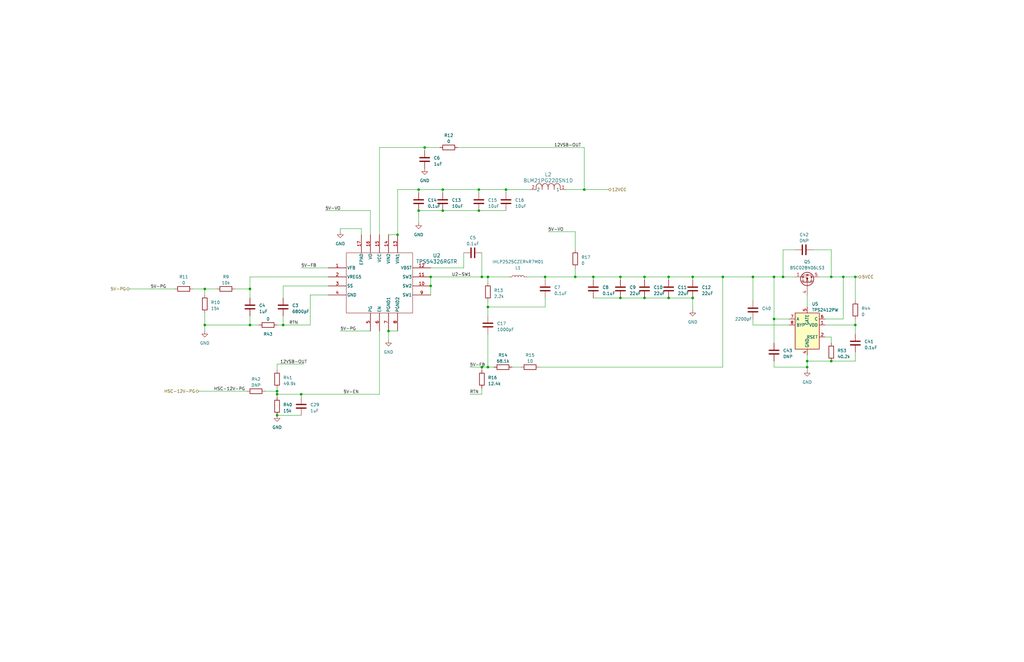
<source format=kicad_sch>
(kicad_sch (version 20230121) (generator eeschema)
  (paper "B")
  (title_block (title "RP-PSC-FIXTURE") (date "2024-05-28") (rev "0") (company "AWS") (comment 1 "hoangp@"))
  (lib_symbols
    (symbol "2024-05-23_00-17-14:TPS54326RGTR" (pin_names (offset 0.254))
      (property "Reference" "U" (at 7.62 6.35 0))
      (property "Value" "TPS54326RGTR" (at 39.37 -22.86 0))
      (symbol "TPS54326RGTR_0_1"
        (pin input line (at 0 -1.27 0) (length 7.62) (name "VFB") (number "1"))
        (pin unspecified line (at 43.18 -8.89 180) (length 7.62) (name "SW2") (number "10"))
        (pin unspecified line (at 43.18 -5.08 180) (length 7.62) (name "SW3") (number "11"))
        (pin input line (at 43.18 -1.27 180) (length 7.62) (name "VBST") (number "12"))
        (pin input line (at 29.21 12.7 270) (length 7.62) (name "VIN1") (number "13"))
        (pin input line (at 25.4 12.7 270) (length 7.62) (name "VIN2") (number "14"))
        (pin input line (at 21.59 12.7 270) (length 7.62) (name "VCC") (number "15"))
        (pin output line (at 17.78 12.7 270) (length 7.62) (name "VO") (number "16"))
        (pin unspecified line (at 13.97 12.7 270) (length 7.62) (name "EPAD") (number "17"))
        (pin output line (at 0 -5.08 0) (length 7.62) (name "VREG5") (number "2"))
        (pin unspecified line (at 0 -8.89 0) (length 7.62) (name "SS") (number "3"))
        (pin power_in line (at 0 -12.7 0) (length 7.62) (name "GND") (number "4"))
        (pin output line (at 17.78 -27.94 90) (length 7.62) (name "PG") (number "5"))
        (pin input line (at 21.59 -27.94 90) (length 7.62) (name "EN") (number "6"))
        (pin power_in line (at 25.4 -27.94 90) (length 7.62) (name "PGND1") (number "7"))
        (pin power_in line (at 29.21 -27.94 90) (length 7.62) (name "PGND2") (number "8"))
        (pin unspecified line (at 43.18 -12.7 180) (length 7.62) (name "SW1") (number "9"))
      )
      (symbol "TPS54326RGTR_1_1"
        (rectangle (start 7.62 5.08) (end 35.56 -20.32))
      )
    )
    (symbol "Device:C" (pin_numbers hide) (pin_names (offset 0.254))
      (property "Reference" "C" (at 0.635 2.54 0))
      (property "Value" "C" (at 0.635 -2.54 0))
      (symbol "C_0_1"
        (polyline (pts (xy -2.032 -0.762) (xy 2.032 -0.762)) (stroke (width 0.508)))
        (polyline (pts (xy -2.032 0.762) (xy 2.032 0.762)) (stroke (width 0.508)))
      )
      (symbol "C_1_1"
        (pin passive line (at 0 3.81 270) (length 2.794) (name "~") (number "1"))
        (pin passive line (at 0 -3.81 90) (length 2.794) (name "~") (number "2"))
      )
    )
    (symbol "Device:L" (pin_numbers hide) (pin_names (offset 1.016) hide)
      (property "Reference" "L" (at -1.27 0 90))
      (property "Value" "L" (at 1.905 0 90))
      (symbol "L_0_1"
        (arc (start 0 -2.54) (mid 0.6323 -1.905) (end 0 -1.27))
        (arc (start 0 -1.27) (mid 0.6323 -0.635) (end 0 0))
        (arc (start 0 0) (mid 0.6323 0.635) (end 0 1.27))
        (arc (start 0 1.27) (mid 0.6323 1.905) (end 0 2.54))
      )
      (symbol "L_1_1"
        (pin passive line (at 0 3.81 270) (length 1.27) (name "1") (number "1"))
        (pin passive line (at 0 -3.81 90) (length 1.27) (name "2") (number "2"))
      )
    )
    (symbol "Device:R" (pin_numbers hide) (pin_names (offset 0))
      (property "Reference" "R" (at 2.032 0 90))
      (property "Value" "R" (at 0 0 90))
      (symbol "R_0_1"
        (rectangle (start -1.016 -2.54) (end 1.016 2.54) (stroke (width 0.254)))
      )
      (symbol "R_1_1"
        (pin passive line (at 0 3.81 270) (length 1.27) (name "~") (number "1"))
        (pin passive line (at 0 -3.81 90) (length 1.27) (name "~") (number "2"))
      )
    )
    (symbol "Power_Management:TPS2412PW"
      (property "Reference" "U" (at -5.08 8.89 0))
      (property "Value" "TPS2412PW" (at 5.08 8.89 0))
      (symbol "TPS2412PW_0_1"
        (rectangle (start -5.08 7.62) (end 5.08 -7.62) (stroke (width 0.254)) (fill (type background)))
      )
      (symbol "TPS2412PW_1_1"
        (pin power_in line (at 7.62 2.54 180) (length 2.54) (name "VDD") (number "1"))
        (pin passive line (at 7.62 -2.54 180) (length 2.54) (name "RSET") (number "2"))
        (pin passive line (at 0 -10.16 90) (length 2.54) hide (name "GND") (number "3"))
        (pin power_in line (at 0 -10.16 90) (length 2.54) (name "GND") (number "4"))
        (pin output line (at 0 10.16 270) (length 2.54) (name "GATE") (number "5"))
        (pin input line (at 7.62 5.08 180) (length 2.54) (name "C") (number "6"))
        (pin input line (at -7.62 5.08 0) (length 2.54) (name "A") (number "7"))
        (pin passive line (at -7.62 2.54 0) (length 2.54) (name "BYP") (number "8"))
      )
    )
    (symbol "Transistor_FET:BSC028N06LS3" (pin_names hide)
      (property "Reference" "Q" (at 5.08 1.905 0))
      (property "Value" "BSC028N06LS3" (at 5.08 0 0))
      (symbol "BSC028N06LS3_0_1"
        (polyline (pts (xy 0.254 0) (xy -2.54 0)))
        (polyline (pts (xy 0.254 1.905) (xy 0.254 -1.905)) (stroke (width 0.254)))
        (polyline (pts (xy 0.762 -1.27) (xy 0.762 -2.286)) (stroke (width 0.254)))
        (polyline (pts (xy 0.762 0.508) (xy 0.762 -0.508)) (stroke (width 0.254)))
        (polyline (pts (xy 0.762 2.286) (xy 0.762 1.27)) (stroke (width 0.254)))
        (polyline (pts (xy 2.54 2.54) (xy 2.54 1.778)))
        (polyline (pts (xy 2.54 -2.54) (xy 2.54 0) (xy 0.762 0)))
        (polyline (pts (xy 0.762 -1.778) (xy 3.302 -1.778) (xy 3.302 1.778) (xy 0.762 1.778)))
        (polyline (pts (xy 1.016 0) (xy 2.032 0.381) (xy 2.032 -0.381) (xy 1.016 0)) (fill (type outline)))
        (polyline (pts (xy 2.794 0.508) (xy 2.921 0.381) (xy 3.683 0.381) (xy 3.81 0.254)))
        (polyline (pts (xy 3.302 0.381) (xy 2.921 -0.254) (xy 3.683 -0.254) (xy 3.302 0.381)))
        (circle (center 1.651 0) (radius 2.794) (stroke (width 0.254)))
        (circle (center 2.54 -1.778) (radius 0.254) (fill (type outline)))
        (circle (center 2.54 1.778) (radius 0.254) (fill (type outline)))
      )
      (symbol "BSC028N06LS3_1_1"
        (pin passive line (at 2.54 -5.08 90) (length 2.54) (name "S") (number "1"))
        (pin passive line (at 2.54 -5.08 90) (length 2.54) hide (name "S") (number "2"))
        (pin passive line (at 2.54 -5.08 90) (length 2.54) hide (name "S") (number "3"))
        (pin passive line (at -5.08 0 0) (length 2.54) (name "G") (number "4"))
        (pin passive line (at 2.54 5.08 270) (length 2.54) (name "D") (number "5"))
      )
    )
    (symbol "power:GND" (power) (pin_names (offset 0))
      (property "Value" "GND" (at 0 -3.81 0))
      (symbol "GND_0_1"
        (polyline (pts (xy 0 0) (xy 0 -1.27) (xy 1.27 -1.27) (xy 0 -2.54) (xy -1.27 -1.27) (xy 0 -1.27)))
      )
      (symbol "GND_1_1"
        (pin power_in line (at 0 0 270) (length 0) hide (name "GND") (number "1"))
      )
    )
    (symbol "rp:BLM21PG220SN1D" (pin_names (offset 0.254))
      (property "Reference" "L" (at 6.985 5.08 0))
      (property "Value" "BLM21PG220SN1D" (at 6.985 -2.54 0))
      (symbol "BLM21PG220SN1D_1_1"
        (polyline (pts (xy 2.54 0) (xy 2.54 1.27)) (stroke (width 0.2032)))
        (polyline (pts (xy 5.08 0) (xy 5.08 1.27)) (stroke (width 0.2032)))
        (polyline (pts (xy 7.62 0) (xy 7.62 1.27)) (stroke (width 0.2032)))
        (polyline (pts (xy 10.16 0) (xy 10.16 1.27)) (stroke (width 0.2032)))
        (polyline (pts (xy 12.7 0) (xy 12.7 1.27)) (stroke (width 0.2032)))
        (arc (start 5.08 1.27) (mid 3.81 2.5345) (end 2.54 1.27) (stroke (width 0.2032)))
        (arc (start 7.62 1.27) (mid 6.35 2.5345) (end 5.08 1.27) (stroke (width 0.2032)))
        (arc (start 10.16 1.27) (mid 8.89 2.5345) (end 7.62 1.27) (stroke (width 0.2032)))
        (arc (start 12.7 1.27) (mid 11.43 2.5345) (end 10.16 1.27) (stroke (width 0.2032)))
        (pin unspecified line (at 15.24 0 180) (length 2.54) (name "1") (number "1"))
        (pin unspecified line (at 0 0 0) (length 2.54) (name "2") (number "2"))
      )
      (symbol "BLM21PG220SN1D_1_2"
        (arc (start -1.27 5.08) (mid -2.5345 3.81) (end -1.27 2.54) (stroke (width 0.2032)))
        (arc (start -1.27 7.62) (mid -2.5345 6.35) (end -1.27 5.08) (stroke (width 0.2032)))
        (arc (start -1.27 10.16) (mid -2.5345 8.89) (end -1.27 7.62) (stroke (width 0.2032)))
        (arc (start -1.27 12.7) (mid -2.5345 11.43) (end -1.27 10.16) (stroke (width 0.2032)))
        (polyline (pts (xy 0 2.54) (xy -1.27 2.54)) (stroke (width 0.2032)))
        (polyline (pts (xy 0 5.08) (xy -1.27 5.08)) (stroke (width 0.2032)))
        (polyline (pts (xy 0 7.62) (xy -1.27 7.62)) (stroke (width 0.2032)))
        (polyline (pts (xy 0 10.16) (xy -1.27 10.16)) (stroke (width 0.2032)))
        (polyline (pts (xy 0 12.7) (xy -1.27 12.7)) (stroke (width 0.2032)))
        (pin unspecified line (at 0 15.24 270) (length 2.54) (name "1") (number "1"))
        (pin unspecified line (at 0 0 90) (length 2.54) (name "2") (number "2"))
      )
    )
  )
  (junction (at 326.39 116.84))
  (junction (at 350.52 116.84))
  (junction (at 86.36 121.92))
  (junction (at 181.61 116.84))
  (junction (at 304.8 116.84))
  (junction (at 176.53 80.01))
  (junction (at 360.68 116.84))
  (junction (at 340.36 154.94))
  (junction (at 201.93 80.01))
  (junction (at 261.62 116.84))
  (junction (at 205.74 154.94))
  (junction (at 116.84 175.26))
  (junction (at 292.1 116.84))
  (junction (at 271.78 116.84))
  (junction (at 229.87 116.84))
  (junction (at 360.68 137.16))
  (junction (at 119.38 137.16))
  (junction (at 176.53 88.9))
  (junction (at 167.64 99.06))
  (junction (at 116.84 165.1))
  (junction (at 350.52 152.4))
  (junction (at 86.36 137.16))
  (junction (at 355.6 116.84))
  (junction (at 105.41 121.92))
  (junction (at 292.1 125.73))
  (junction (at 317.5 116.84))
  (junction (at 186.69 88.9))
  (junction (at 203.2 154.94))
  (junction (at 271.78 125.73))
  (junction (at 340.36 152.4))
  (junction (at 163.83 139.7))
  (junction (at 261.62 125.73))
  (junction (at 201.93 88.9))
  (junction (at 242.57 116.84))
  (junction (at 281.94 116.84))
  (junction (at 281.94 125.73))
  (junction (at 179.07 62.23))
  (junction (at 246.38 80.01))
  (junction (at 250.19 116.84))
  (junction (at 205.74 116.84))
  (junction (at 186.69 80.01))
  (junction (at 116.84 166.37))
  (junction (at 105.41 137.16))
  (junction (at 181.61 120.65))
  (junction (at 213.36 80.01))
  (junction (at 203.2 116.84))
  (junction (at 326.39 134.62))
  (junction (at 205.74 129.54))
  (junction (at 330.2 116.84))
  (junction (at 127 166.37))
  (wire (pts (xy 119.38 137.16) (xy 119.38 133.35)))
  (wire (pts (xy 350.52 142.24) (xy 350.52 144.78)))
  (wire (pts (xy 86.36 137.16) (xy 105.41 137.16)))
  (wire (pts (xy 281.94 125.73) (xy 292.1 125.73)))
  (wire (pts (xy 326.39 134.62) (xy 326.39 116.84)))
  (wire (pts (xy 138.43 120.65) (xy 119.38 120.65)))
  (wire (pts (xy 186.69 81.28) (xy 186.69 80.01)))
  (wire (pts (xy 229.87 129.54) (xy 205.74 129.54)))
  (wire (pts (xy 81.28 121.92) (xy 86.36 121.92)))
  (wire (pts (xy 304.8 154.94) (xy 304.8 116.84)))
  (wire (pts (xy 326.39 116.84) (xy 317.5 116.84)))
  (wire (pts (xy 138.43 124.46) (xy 130.81 124.46)))
  (wire (pts (xy 152.4 96.52) (xy 143.51 96.52)))
  (wire (pts (xy 198.12 154.94) (xy 203.2 154.94)))
  (wire (pts (xy 242.57 116.84) (xy 250.19 116.84)))
  (wire (pts (xy 201.93 81.28) (xy 201.93 80.01)))
  (wire (pts (xy 205.74 127) (xy 205.74 129.54)))
  (wire (pts (xy 54.61 121.92) (xy 73.66 121.92)))
  (wire (pts (xy 86.36 139.7) (xy 86.36 137.16)))
  (wire (pts (xy 186.69 80.01) (xy 201.93 80.01)))
  (wire (pts (xy 127 166.37) (xy 116.84 166.37)))
  (wire (pts (xy 116.84 156.21) (xy 116.84 153.67)))
  (wire (pts (xy 195.58 113.03) (xy 195.58 106.68)))
  (wire (pts (xy 292.1 130.81) (xy 292.1 125.73)))
  (wire (pts (xy 143.51 139.7) (xy 156.21 139.7)))
  (wire (pts (xy 83.82 165.1) (xy 104.14 165.1)))
  (wire (pts (xy 105.41 137.16) (xy 105.41 133.35)))
  (wire (pts (xy 181.61 116.84) (xy 203.2 116.84)))
  (wire (pts (xy 181.61 113.03) (xy 195.58 113.03)))
  (wire (pts (xy 261.62 116.84) (xy 271.78 116.84)))
  (wire (pts (xy 350.52 152.4) (xy 340.36 152.4)))
  (wire (pts (xy 340.36 129.54) (xy 340.36 124.46)))
  (wire (pts (xy 242.57 105.41) (xy 242.57 97.79)))
  (wire (pts (xy 167.64 99.06) (xy 167.64 80.01)))
  (wire (pts (xy 116.84 165.1) (xy 116.84 163.83)))
  (wire (pts (xy 326.39 154.94) (xy 340.36 154.94)))
  (wire (pts (xy 360.68 134.62) (xy 360.68 137.16)))
  (wire (pts (xy 345.44 116.84) (xy 350.52 116.84)))
  (wire (pts (xy 246.38 62.23) (xy 246.38 80.01)))
  (wire (pts (xy 347.98 142.24) (xy 350.52 142.24)))
  (wire (pts (xy 181.61 116.84) (xy 181.61 120.65)))
  (wire (pts (xy 119.38 120.65) (xy 119.38 125.73)))
  (wire (pts (xy 203.2 116.84) (xy 203.2 106.68)))
  (wire (pts (xy 326.39 116.84) (xy 330.2 116.84)))
  (wire (pts (xy 242.57 113.03) (xy 242.57 116.84)))
  (wire (pts (xy 152.4 99.06) (xy 152.4 96.52)))
  (wire (pts (xy 250.19 116.84) (xy 261.62 116.84)))
  (wire (pts (xy 317.5 137.16) (xy 317.5 134.62)))
  (wire (pts (xy 317.5 127) (xy 317.5 116.84)))
  (wire (pts (xy 246.38 80.01) (xy 238.76 80.01)))
  (wire (pts (xy 167.64 139.7) (xy 163.83 139.7)))
  (wire (pts (xy 360.68 116.84) (xy 361.95 116.84)))
  (wire (pts (xy 203.2 154.94) (xy 203.2 156.21)))
  (wire (pts (xy 86.36 121.92) (xy 91.44 121.92)))
  (wire (pts (xy 261.62 118.11) (xy 261.62 116.84)))
  (wire (pts (xy 105.41 116.84) (xy 105.41 121.92)))
  (wire (pts (xy 326.39 144.78) (xy 326.39 134.62)))
  (wire (pts (xy 229.87 118.11) (xy 229.87 116.84)))
  (wire (pts (xy 317.5 116.84) (xy 304.8 116.84)))
  (wire (pts (xy 160.02 166.37) (xy 127 166.37)))
  (wire (pts (xy 330.2 105.41) (xy 330.2 116.84)))
  (wire (pts (xy 214.63 116.84) (xy 205.74 116.84)))
  (wire (pts (xy 360.68 140.97) (xy 360.68 137.16)))
  (wire (pts (xy 326.39 152.4) (xy 326.39 154.94)))
  (wire (pts (xy 292.1 116.84) (xy 292.1 118.11)))
  (wire (pts (xy 360.68 152.4) (xy 350.52 152.4)))
  (wire (pts (xy 229.87 125.73) (xy 229.87 129.54)))
  (wire (pts (xy 223.52 80.01) (xy 213.36 80.01)))
  (wire (pts (xy 330.2 116.84) (xy 335.28 116.84)))
  (wire (pts (xy 203.2 166.37) (xy 198.12 166.37)))
  (wire (pts (xy 137.16 88.9) (xy 156.21 88.9)))
  (wire (pts (xy 231.14 97.79) (xy 242.57 97.79)))
  (wire (pts (xy 281.94 118.11) (xy 281.94 116.84)))
  (wire (pts (xy 156.21 99.06) (xy 156.21 88.9)))
  (wire (pts (xy 181.61 120.65) (xy 181.61 124.46)))
  (wire (pts (xy 99.06 121.92) (xy 105.41 121.92)))
  (wire (pts (xy 143.51 96.52) (xy 143.51 97.79)))
  (wire (pts (xy 256.54 80.01) (xy 246.38 80.01)))
  (wire (pts (xy 201.93 88.9) (xy 186.69 88.9)))
  (wire (pts (xy 109.22 137.16) (xy 105.41 137.16)))
  (wire (pts (xy 138.43 116.84) (xy 105.41 116.84)))
  (wire (pts (xy 213.36 88.9) (xy 201.93 88.9)))
  (wire (pts (xy 332.74 134.62) (xy 326.39 134.62)))
  (wire (pts (xy 261.62 125.73) (xy 271.78 125.73)))
  (wire (pts (xy 203.2 163.83) (xy 203.2 166.37)))
  (wire (pts (xy 86.36 132.08) (xy 86.36 137.16)))
  (wire (pts (xy 213.36 81.28) (xy 213.36 80.01)))
  (wire (pts (xy 340.36 152.4) (xy 340.36 154.94)))
  (wire (pts (xy 176.53 88.9) (xy 176.53 93.98)))
  (wire (pts (xy 205.74 140.97) (xy 205.74 154.94)))
  (wire (pts (xy 342.9 105.41) (xy 350.52 105.41)))
  (wire (pts (xy 179.07 62.23) (xy 160.02 62.23)))
  (wire (pts (xy 350.52 116.84) (xy 355.6 116.84)))
  (wire (pts (xy 176.53 80.01) (xy 186.69 80.01)))
  (wire (pts (xy 111.76 165.1) (xy 116.84 165.1)))
  (wire (pts (xy 201.93 80.01) (xy 213.36 80.01)))
  (wire (pts (xy 250.19 125.73) (xy 261.62 125.73)))
  (wire (pts (xy 160.02 62.23) (xy 160.02 99.06)))
  (wire (pts (xy 127 167.64) (xy 127 166.37)))
  (wire (pts (xy 86.36 124.46) (xy 86.36 121.92)))
  (wire (pts (xy 116.84 167.64) (xy 116.84 166.37)))
  (wire (pts (xy 332.74 137.16) (xy 317.5 137.16)))
  (wire (pts (xy 179.07 63.5) (xy 179.07 62.23)))
  (wire (pts (xy 116.84 153.67) (xy 128.27 153.67)))
  (wire (pts (xy 130.81 124.46) (xy 130.81 137.16)))
  (wire (pts (xy 360.68 127) (xy 360.68 116.84)))
  (wire (pts (xy 355.6 116.84) (xy 360.68 116.84)))
  (wire (pts (xy 347.98 134.62) (xy 355.6 134.62)))
  (wire (pts (xy 250.19 118.11) (xy 250.19 116.84)))
  (wire (pts (xy 222.25 116.84) (xy 229.87 116.84)))
  (wire (pts (xy 304.8 116.84) (xy 292.1 116.84)))
  (wire (pts (xy 340.36 149.86) (xy 340.36 152.4)))
  (wire (pts (xy 360.68 148.59) (xy 360.68 152.4)))
  (wire (pts (xy 205.74 116.84) (xy 203.2 116.84)))
  (wire (pts (xy 335.28 105.41) (xy 330.2 105.41)))
  (wire (pts (xy 208.28 154.94) (xy 205.74 154.94)))
  (wire (pts (xy 205.74 119.38) (xy 205.74 116.84)))
  (wire (pts (xy 227.33 154.94) (xy 304.8 154.94)))
  (wire (pts (xy 281.94 116.84) (xy 292.1 116.84)))
  (wire (pts (xy 229.87 116.84) (xy 242.57 116.84)))
  (wire (pts (xy 167.64 80.01) (xy 176.53 80.01)))
  (wire (pts (xy 271.78 125.73) (xy 281.94 125.73)))
  (wire (pts (xy 193.04 62.23) (xy 246.38 62.23)))
  (wire (pts (xy 127 175.26) (xy 116.84 175.26)))
  (wire (pts (xy 116.84 166.37) (xy 116.84 165.1)))
  (wire (pts (xy 205.74 129.54) (xy 205.74 133.35)))
  (wire (pts (xy 160.02 139.7) (xy 160.02 166.37)))
  (wire (pts (xy 350.52 105.41) (xy 350.52 116.84)))
  (wire (pts (xy 130.81 137.16) (xy 119.38 137.16)))
  (wire (pts (xy 271.78 116.84) (xy 281.94 116.84)))
  (wire (pts (xy 355.6 134.62) (xy 355.6 116.84)))
  (wire (pts (xy 271.78 118.11) (xy 271.78 116.84)))
  (wire (pts (xy 105.41 121.92) (xy 105.41 125.73)))
  (wire (pts (xy 179.07 62.23) (xy 185.42 62.23)))
  (wire (pts (xy 347.98 137.16) (xy 360.68 137.16)))
  (wire (pts (xy 205.74 154.94) (xy 203.2 154.94)))
  (wire (pts (xy 340.36 154.94) (xy 340.36 156.21)))
  (wire (pts (xy 215.9 154.94) (xy 219.71 154.94)))
  (wire (pts (xy 176.53 81.28) (xy 176.53 80.01)))
  (wire (pts (xy 127 113.03) (xy 138.43 113.03)))
  (wire (pts (xy 163.83 99.06) (xy 167.64 99.06)))
  (wire (pts (xy 186.69 88.9) (xy 176.53 88.9)))
  (wire (pts (xy 116.84 137.16) (xy 119.38 137.16)))
  (wire (pts (xy 163.83 139.7) (xy 163.83 143.51)))
  (label "5V-FB" (at 198.12 154.94 0))
  (label "5V-PG" (at 63.5 121.92 0))
  (label "5V-PG" (at 143.51 139.7 0))
  (label "5V-VO" (at 231.14 97.79 0))
  (label "U2-SW1" (at 190.5 116.84 0))
  (label "5V-FB" (at 127 113.03 0))
  (label "12VSB-OUT" (at 233.68 62.23 0))
  (label "5V-VO" (at 137.16 88.9 0))
  (label "RTN" (at 198.12 166.37 0))
  (label "12VSB-OUT" (at 118.11 153.67 0))
  (label "HSC-12V-PG" (at 90.17 165.1 0))
  (label "5V-EN" (at 144.78 166.37 0))
  (label "RTN" (at 121.92 137.16 0))
  (hierarchical_label "5V-PG" (shape bidirectional) (at 54.61 121.92 180))
  (hierarchical_label "HSC-12V-PG" (shape bidirectional) (at 83.82 165.1 180))
  (hierarchical_label "12VCC" (shape bidirectional) (at 256.54 80.01 0))
  (hierarchical_label "5VCC" (shape bidirectional) (at 361.95 116.84 0))
  (symbol (lib_id "power:GND") (at 340.36 156.21 0) (unit 1)
    (property "Reference" "#PWR044" (effects hide))
    (property "Value" "GND" (at 340.36 161.29 0))
  )
  (symbol (lib_id "power:GND") (at 116.84 175.26 0) (unit 1)
    (property "Reference" "#PWR032" (effects hide))
    (property "Value" "GND" (at 116.84 180.34 0))
  )
  (symbol (lib_id "Device:R") (at 212.09 154.94 90) (unit 1)
    (property "Reference" "R14" (at 212.09 149.86 90))
    (property "Value" "68.1k" (at 212.09 152.4 90))
    (property "Footprint" "Resistor_SMD:R_0603_1608Metric_Pad0.98x0.95mm_HandSolder" (effects hide))
  )
  (symbol (lib_id "Device:C") (at 292.1 121.92 0) (unit 1)
    (property "Reference" "C12" (at 295.91 121.285 0) (effects (justify left)))
    (property "Value" "22uF" (at 295.91 123.825 0) (effects (justify left)))
    (property "Footprint" "Capacitor_SMD:C_0805_2012Metric_Pad1.18x1.45mm_HandSolder" (effects hide))
  )
  (symbol (lib_id "Transistor_FET:BSC028N06LS3") (at 340.36 119.38 270) (mirror x) (unit 1)
    (property "Reference" "Q5" (at 340.36 110.49 90))
    (property "Value" "BSC028N06LS3" (at 340.36 113.03 90))
    (property "Footprint" "Package_TO_SOT_SMD:TDSON-8-1" (effects hide))
    (property "Datasheet" "http://www.infineon.com/dgdl/Infineon-BSC028N06LS3-DS-v02_02-en.pdf?fileId=db3a30431ddc9372011ebafa4c607f8c" (effects hide))
  )
  (symbol (lib_id "Device:R") (at 86.36 128.27 0) (unit 1)
    (property "Reference" "R10" (at 88.9 127.635 0) (effects (justify left)))
    (property "Value" "15k" (at 88.9 130.175 0) (effects (justify left)))
    (property "Footprint" "Resistor_SMD:R_0603_1608Metric_Pad0.98x0.95mm_HandSolder" (effects hide))
  )
  (symbol (lib_id "Device:C") (at 250.19 121.92 0) (unit 1)
    (property "Reference" "C8" (at 254 121.285 0) (effects (justify left)))
    (property "Value" "0.1uF" (at 254 123.825 0) (effects (justify left)))
    (property "Footprint" "Capacitor_SMD:C_0603_1608Metric_Pad1.08x0.95mm_HandSolder" (effects hide))
  )
  (symbol (lib_id "Device:C") (at 281.94 121.92 0) (unit 1)
    (property "Reference" "C11" (at 285.75 121.285 0) (effects (justify left)))
    (property "Value" "22uF" (at 285.75 123.825 0) (effects (justify left)))
    (property "Footprint" "Capacitor_SMD:C_0805_2012Metric_Pad1.18x1.45mm_HandSolder" (effects hide))
  )
  (symbol (lib_id "Device:R") (at 113.03 137.16 90) (unit 1)
    (property "Reference" "R43" (at 113.03 140.97 90))
    (property "Value" "0" (at 113.03 134.62 90))
    (property "Footprint" "Resistor_SMD:R_0603_1608Metric_Pad0.98x0.95mm_HandSolder" (effects hide))
  )
  (symbol (lib_id "Device:C") (at 326.39 148.59 180) (unit 1)
    (property "Reference" "C43" (at 330.2 147.955 0) (effects (justify right)))
    (property "Value" "DNP" (at 330.2 150.495 0) (effects (justify right)))
    (property "Footprint" "Capacitor_SMD:C_0603_1608Metric_Pad1.08x0.95mm_HandSolder" (effects hide))
  )
  (symbol (lib_id "power:GND") (at 143.51 97.79 0) (unit 1)
    (property "Reference" "#PWR012" (effects hide))
    (property "Value" "GND" (at 143.51 102.87 0))
  )
  (symbol (lib_id "Device:C") (at 339.09 105.41 90) (unit 1)
    (property "Reference" "C42" (at 339.09 99.06 90))
    (property "Value" "DNP" (at 339.09 101.6 90))
    (property "Footprint" "Capacitor_SMD:C_0603_1608Metric_Pad1.08x0.95mm_HandSolder" (effects hide))
  )
  (symbol (lib_id "Device:R") (at 242.57 109.22 0) (unit 1)
    (property "Reference" "R17" (at 245.11 108.585 0) (effects (justify left)))
    (property "Value" "0" (at 245.11 111.125 0) (effects (justify left)))
    (property "Footprint" "Resistor_SMD:R_0603_1608Metric_Pad0.98x0.95mm_HandSolder" (effects hide))
  )
  (symbol (lib_id "Device:C") (at 199.39 106.68 90) (unit 1)
    (property "Reference" "C5" (at 199.39 100.33 90))
    (property "Value" "0.1uF" (at 199.39 102.87 90))
    (property "Footprint" "Resistor_SMD:R_0603_1608Metric_Pad0.98x0.95mm_HandSolder" (effects hide))
  )
  (symbol (lib_id "Device:C") (at 201.93 85.09 0) (unit 1)
    (property "Reference" "C15" (at 205.74 84.455 0) (effects (justify left)))
    (property "Value" "10uF" (at 205.74 86.995 0) (effects (justify left)))
    (property "Footprint" "Capacitor_SMD:C_0603_1608Metric_Pad1.08x0.95mm_HandSolder" (effects hide))
  )
  (symbol (lib_id "Device:R") (at 77.47 121.92 90) (unit 1)
    (property "Reference" "R11" (at 77.47 116.84 90))
    (property "Value" "0" (at 77.47 119.38 90))
    (property "Footprint" "Resistor_SMD:R_0603_1608Metric_Pad0.98x0.95mm_HandSolder" (effects hide))
  )
  (symbol (lib_id "Device:C") (at 176.53 85.09 0) (unit 1)
    (property "Reference" "C14" (at 180.34 84.455 0) (effects (justify left)))
    (property "Value" "0.1uF" (at 180.34 86.995 0) (effects (justify left)))
    (property "Footprint" "Capacitor_SMD:C_0603_1608Metric_Pad1.08x0.95mm_HandSolder" (effects hide))
  )
  (symbol (lib_id "Device:C") (at 360.68 144.78 0) (unit 1)
    (property "Reference" "C41" (at 364.49 144.145 0) (effects (justify left)))
    (property "Value" "0.1uF" (at 364.49 146.685 0) (effects (justify left)))
    (property "Footprint" "Capacitor_SMD:C_0603_1608Metric_Pad1.08x0.95mm_HandSolder" (effects hide))
  )
  (symbol (lib_id "Device:C") (at 186.69 85.09 0) (unit 1)
    (property "Reference" "C13" (at 190.5 84.455 0) (effects (justify left)))
    (property "Value" "10uF" (at 190.5 86.995 0) (effects (justify left)))
    (property "Footprint" "Capacitor_SMD:C_0603_1608Metric_Pad1.08x0.95mm_HandSolder" (effects hide))
  )
  (symbol (lib_id "power:GND") (at 86.36 139.7 0) (unit 1)
    (property "Reference" "#PWR013" (effects hide))
    (property "Value" "GND" (at 86.36 144.78 0))
  )
  (symbol (lib_id "Device:R") (at 203.2 160.02 0) (unit 1)
    (property "Reference" "R16" (at 205.74 159.385 0) (effects (justify left)))
    (property "Value" "12.4k" (at 205.74 161.925 0) (effects (justify left)))
    (property "Footprint" "Resistor_SMD:R_0603_1608Metric_Pad0.98x0.95mm_HandSolder" (effects hide))
  )
  (symbol (lib_id "Device:C") (at 213.36 85.09 0) (unit 1)
    (property "Reference" "C16" (at 217.17 84.455 0) (effects (justify left)))
    (property "Value" "10uF" (at 217.17 86.995 0) (effects (justify left)))
    (property "Footprint" "Capacitor_SMD:C_0603_1608Metric_Pad1.08x0.95mm_HandSolder" (effects hide))
  )
  (symbol (lib_id "power:GND") (at 163.83 143.51 0) (unit 1)
    (property "Reference" "#PWR011" (effects hide))
    (property "Value" "GND" (at 163.83 148.59 0))
  )
  (symbol (lib_id "Device:C") (at 317.5 130.81 0) (unit 1)
    (property "Reference" "C40" (at 321.31 130.175 0) (effects (justify left)))
    (property "Value" "2200pF" (at 309.88 134.62 0) (effects (justify left)))
    (property "Footprint" "Capacitor_SMD:C_0603_1608Metric_Pad1.08x0.95mm_HandSolder" (effects hide))
  )
  (symbol (lib_id "power:GND") (at 176.53 93.98 0) (unit 1)
    (property "Reference" "#PWR015" (effects hide))
    (property "Value" "GND" (at 176.53 99.06 0))
  )
  (symbol (lib_id "Device:C") (at 179.07 67.31 0) (unit 1)
    (property "Reference" "C6" (at 182.88 66.675 0) (effects (justify left)))
    (property "Value" "1uF" (at 182.88 69.215 0) (effects (justify left)))
    (property "Footprint" "Capacitor_SMD:C_0603_1608Metric_Pad1.08x0.95mm_HandSolder" (effects hide))
  )
  (symbol (lib_id "Device:R") (at 350.52 148.59 0) (unit 1)
    (property "Reference" "R53" (at 353.06 147.955 0) (effects (justify left)))
    (property "Value" "40.2k" (at 353.06 150.495 0) (effects (justify left)))
    (property "Footprint" "Resistor_SMD:R_0603_1608Metric_Pad0.98x0.95mm_HandSolder" (effects hide))
  )
  (symbol (lib_id "Device:R") (at 223.52 154.94 90) (unit 1)
    (property "Reference" "R15" (at 223.52 149.86 90))
    (property "Value" "10" (at 223.52 152.4 90))
    (property "Footprint" "Resistor_SMD:R_0603_1608Metric_Pad0.98x0.95mm_HandSolder" (effects hide))
  )
  (symbol (lib_id "power:GND") (at 292.1 130.81 0) (unit 1)
    (property "Reference" "#PWR031" (effects hide))
    (property "Value" "GND" (at 292.1 135.89 0))
  )
  (symbol (lib_id "Device:R") (at 116.84 160.02 0) (unit 1)
    (property "Reference" "R41" (at 119.38 159.385 0) (effects (justify left)))
    (property "Value" "49.9k" (at 119.38 161.925 0) (effects (justify left)))
    (property "Footprint" "Resistor_SMD:R_0603_1608Metric_Pad0.98x0.95mm_HandSolder" (effects hide))
  )
  (symbol (lib_id "Power_Management:TPS2412PW") (at 340.36 139.7 0) (unit 1)
    (property "Reference" "U5" (at 342.3159 128.27 0) (effects (justify left)))
    (property "Value" "TPS2412PW" (at 342.3159 130.81 0) (effects (justify left)))
    (property "Footprint" "Package_SO:TSSOP-8_4.4x3mm_P0.65mm" (effects hide))
    (property "Datasheet" "http://www.ti.com/lit/ds/symlink/tps2412.pdf" (effects hide))
  )
  (symbol (lib_id "Device:R") (at 116.84 171.45 0) (unit 1)
    (property "Reference" "R40" (at 119.38 170.815 0) (effects (justify left)))
    (property "Value" "15k" (at 119.38 173.355 0) (effects (justify left)))
    (property "Footprint" "Resistor_SMD:R_0603_1608Metric_Pad0.98x0.95mm_HandSolder" (effects hide))
  )
  (symbol (lib_id "power:GND") (at 179.07 71.12 0) (unit 1)
    (property "Reference" "#PWR014" (effects hide))
    (property "Value" "GND" (at 179.07 76.2 0))
  )
  (symbol (lib_id "Device:C") (at 271.78 121.92 0) (unit 1)
    (property "Reference" "C10" (at 275.59 121.285 0) (effects (justify left)))
    (property "Value" "22uF" (at 275.59 123.825 0) (effects (justify left)))
    (property "Footprint" "Capacitor_SMD:C_0805_2012Metric_Pad1.18x1.45mm_HandSolder" (effects hide))
  )
  (symbol (lib_id "2024-05-23_00-17-14:TPS54326RGTR") (at 138.43 111.76 0) (unit 1)
    (property "Reference" "U2" (at 184.15 107.8483 0) (effects (font (size 1.524 1.524))))
    (property "Value" "TPS54326RGTR" (at 184.15 110.3883 0) (effects (font (size 1.524 1.524))))
    (property "Footprint" "Package_DFN_QFN:RGT16_1P7X1P7" (effects hide))
    (property "Datasheet" "TPS54326RGTR" (effects hide))
  )
  (symbol (lib_id "Device:C") (at 105.41 129.54 0) (unit 1)
    (property "Reference" "C4" (at 109.22 128.905 0) (effects (justify left)))
    (property "Value" "1uF" (at 109.22 131.445 0) (effects (justify left)))
    (property "Footprint" "Resistor_SMD:R_0603_1608Metric_Pad0.98x0.95mm_HandSolder" (effects hide))
  )
  (symbol (lib_id "Device:R") (at 107.95 165.1 90) (unit 1)
    (property "Reference" "R42" (at 107.95 160.02 90))
    (property "Value" "DNP" (at 107.95 162.56 90))
    (property "Footprint" "Resistor_SMD:R_0603_1608Metric_Pad0.98x0.95mm_HandSolder" (effects hide))
  )
  (symbol (lib_id "Device:R") (at 205.74 123.19 0) (unit 1)
    (property "Reference" "R13" (at 208.28 122.555 0) (effects (justify left)))
    (property "Value" "2.2k" (at 208.28 125.095 0) (effects (justify left)))
    (property "Footprint" "Resistor_SMD:R_0603_1608Metric_Pad0.98x0.95mm_HandSolder" (effects hide))
  )
  (symbol (lib_id "Device:R") (at 189.23 62.23 90) (unit 1)
    (property "Reference" "R12" (at 189.23 57.15 90))
    (property "Value" "0" (at 189.23 59.69 90))
    (property "Footprint" "Resistor_SMD:R_0603_1608Metric_Pad0.98x0.95mm_HandSolder" (effects hide))
  )
  (symbol (lib_id "Device:C") (at 205.74 137.16 0) (unit 1)
    (property "Reference" "C17" (at 209.55 136.525 0) (effects (justify left)))
    (property "Value" "1000pF" (at 209.55 139.065 0) (effects (justify left)))
    (property "Footprint" "Capacitor_SMD:C_0603_1608Metric_Pad1.08x0.95mm_HandSolder" (effects hide))
  )
  (symbol (lib_id "Device:C") (at 119.38 129.54 0) (unit 1)
    (property "Reference" "C3" (at 123.19 128.905 0) (effects (justify left)))
    (property "Value" "6800pF" (at 123.19 131.445 0) (effects (justify left)))
    (property "Footprint" "Resistor_SMD:R_0603_1608Metric_Pad0.98x0.95mm_HandSolder" (effects hide))
  )
  (symbol (lib_id "Device:C") (at 229.87 121.92 0) (unit 1)
    (property "Reference" "C7" (at 233.68 121.285 0) (effects (justify left)))
    (property "Value" "0.1uF" (at 233.68 123.825 0) (effects (justify left)))
    (property "Footprint" "Capacitor_SMD:C_0603_1608Metric_Pad1.08x0.95mm_HandSolder" (effects hide))
  )
  (symbol (lib_id "Device:L") (at 218.44 116.84 90) (unit 1)
    (property "Reference" "L1" (at 218.44 113.03 90))
    (property "Value" "IHLP2525CZER4R7M01" (at 218.44 110.49 90))
    (property "Footprint" "Inductor_SMD:IND_IHLP_2525_CZ_VIS" (effects hide))
  )
  (symbol (lib_id "Device:R") (at 95.25 121.92 90) (unit 1)
    (property "Reference" "R9" (at 95.25 116.84 90))
    (property "Value" "10k" (at 95.25 119.38 90))
    (property "Footprint" "Resistor_SMD:R_0603_1608Metric_Pad0.98x0.95mm_HandSolder" (effects hide))
  )
  (symbol (lib_id "Device:C") (at 261.62 121.92 0) (unit 1)
    (property "Reference" "C9" (at 265.43 121.285 0) (effects (justify left)))
    (property "Value" "22uF" (at 265.43 123.825 0) (effects (justify left)))
    (property "Footprint" "Capacitor_SMD:C_0805_2012Metric_Pad1.18x1.45mm_HandSolder" (effects hide))
  )
  (symbol (lib_id "rp:BLM21PG220SN1D") (at 223.52 80.01 0) (unit 1)
    (property "Reference" "L2" (at 231.14 73.66 0) (effects (font (size 1.524 1.524))))
    (property "Value" "BLM21PG220SN1D" (at 231.14 76.2 0) (effects (font (size 1.524 1.524))))
    (property "Footprint" "Inductor_SMD:IND_BLM21_MUR" (effects hide))
    (property "Datasheet" "BLM21PG220SN1D" (effects hide))
  )
  (symbol (lib_id "Device:C") (at 127 171.45 0) (unit 1)
    (property "Reference" "C29" (at 130.81 170.815 0) (effects (justify left)))
    (property "Value" "1uF" (at 130.81 173.355 0) (effects (justify left)))
    (property "Footprint" "Resistor_SMD:R_0603_1608Metric_Pad0.98x0.95mm_HandSolder" (effects hide))
  )
  (symbol (lib_id "Device:R") (at 360.68 130.81 0) (unit 1)
    (property "Reference" "R44" (at 363.22 130.175 0) (effects (justify left)))
    (property "Value" "0" (at 363.22 132.715 0) (effects (justify left)))
    (property "Footprint" "Resistor_SMD:R_0603_1608Metric_Pad0.98x0.95mm_HandSolder" (effects hide))
  )
)
</source>
